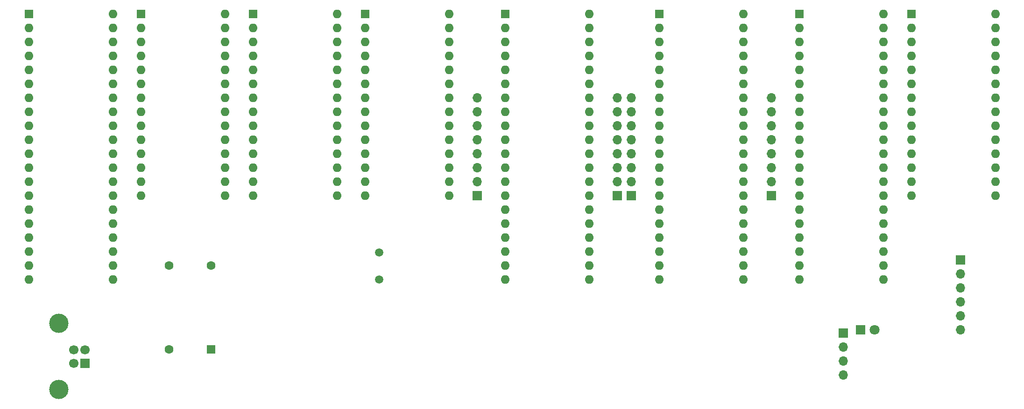
<source format=gbr>
G04 #@! TF.GenerationSoftware,KiCad,Pcbnew,(5.0.2)-1*
G04 #@! TF.CreationDate,2019-09-20T08:48:42-04:00*
G04 #@! TF.ProjectId,Z80_CPU,5a38305f-4350-4552-9e6b-696361645f70,rev?*
G04 #@! TF.SameCoordinates,Original*
G04 #@! TF.FileFunction,Copper,L2,Bot*
G04 #@! TF.FilePolarity,Positive*
%FSLAX46Y46*%
G04 Gerber Fmt 4.6, Leading zero omitted, Abs format (unit mm)*
G04 Created by KiCad (PCBNEW (5.0.2)-1) date 9/20/2019 8:48:42 AM*
%MOMM*%
%LPD*%
G01*
G04 APERTURE LIST*
G04 #@! TA.AperFunction,ComponentPad*
%ADD10R,1.700000X1.700000*%
G04 #@! TD*
G04 #@! TA.AperFunction,ComponentPad*
%ADD11O,1.700000X1.700000*%
G04 #@! TD*
G04 #@! TA.AperFunction,ComponentPad*
%ADD12R,1.800000X1.800000*%
G04 #@! TD*
G04 #@! TA.AperFunction,ComponentPad*
%ADD13C,1.800000*%
G04 #@! TD*
G04 #@! TA.AperFunction,ComponentPad*
%ADD14C,1.700000*%
G04 #@! TD*
G04 #@! TA.AperFunction,ComponentPad*
%ADD15C,3.500000*%
G04 #@! TD*
G04 #@! TA.AperFunction,ComponentPad*
%ADD16R,1.600000X1.600000*%
G04 #@! TD*
G04 #@! TA.AperFunction,ComponentPad*
%ADD17O,1.600000X1.600000*%
G04 #@! TD*
G04 #@! TA.AperFunction,ComponentPad*
%ADD18C,1.600000*%
G04 #@! TD*
G04 #@! TA.AperFunction,ComponentPad*
%ADD19C,1.500000*%
G04 #@! TD*
G04 APERTURE END LIST*
D10*
G04 #@! TO.P,BRD1,1*
G04 #@! TO.N,GND*
X174036001Y-52336001D03*
D11*
G04 #@! TO.P,BRD1,2*
G04 #@! TO.N,/S_D_RTS1*
X174036001Y-54876001D03*
G04 #@! TO.P,BRD1,3*
G04 #@! TO.N,+5V*
X174036001Y-57416001D03*
G04 #@! TO.P,BRD1,4*
G04 #@! TO.N,/SER_D2F1*
X174036001Y-59956001D03*
G04 #@! TO.P,BRD1,5*
G04 #@! TO.N,/SER_F2D1*
X174036001Y-62496001D03*
G04 #@! TO.P,BRD1,6*
G04 #@! TO.N,/S_D_CTS1*
X174036001Y-65036001D03*
G04 #@! TD*
D12*
G04 #@! TO.P,D1,1*
G04 #@! TO.N,Net-(D1-Pad1)*
X155886001Y-65036001D03*
D13*
G04 #@! TO.P,D1,2*
G04 #@! TO.N,+5V*
X158426001Y-65036001D03*
G04 #@! TD*
D11*
G04 #@! TO.P,J1,8*
G04 #@! TO.N,Net-(J1-Pad8)*
X114300000Y-22860000D03*
G04 #@! TO.P,J1,7*
G04 #@! TO.N,Net-(J1-Pad7)*
X114300000Y-25400000D03*
G04 #@! TO.P,J1,6*
G04 #@! TO.N,Net-(J1-Pad6)*
X114300000Y-27940000D03*
G04 #@! TO.P,J1,5*
G04 #@! TO.N,Net-(J1-Pad5)*
X114300000Y-30480000D03*
G04 #@! TO.P,J1,4*
G04 #@! TO.N,Net-(J1-Pad4)*
X114300000Y-33020000D03*
G04 #@! TO.P,J1,3*
G04 #@! TO.N,Net-(J1-Pad3)*
X114300000Y-35560000D03*
G04 #@! TO.P,J1,2*
G04 #@! TO.N,Net-(J1-Pad2)*
X114300000Y-38100000D03*
D10*
G04 #@! TO.P,J1,1*
G04 #@! TO.N,Net-(J1-Pad1)*
X114300000Y-40640000D03*
G04 #@! TD*
G04 #@! TO.P,J2,1*
G04 #@! TO.N,Net-(J2-Pad1)*
X139700000Y-40640000D03*
D11*
G04 #@! TO.P,J2,2*
G04 #@! TO.N,Net-(J2-Pad2)*
X139700000Y-38100000D03*
G04 #@! TO.P,J2,3*
G04 #@! TO.N,Net-(J2-Pad3)*
X139700000Y-35560000D03*
G04 #@! TO.P,J2,4*
G04 #@! TO.N,Net-(J2-Pad4)*
X139700000Y-33020000D03*
G04 #@! TO.P,J2,5*
G04 #@! TO.N,Net-(J2-Pad5)*
X139700000Y-30480000D03*
G04 #@! TO.P,J2,6*
G04 #@! TO.N,Net-(J2-Pad6)*
X139700000Y-27940000D03*
G04 #@! TO.P,J2,7*
G04 #@! TO.N,Net-(J2-Pad7)*
X139700000Y-25400000D03*
G04 #@! TO.P,J2,8*
G04 #@! TO.N,Net-(J2-Pad8)*
X139700000Y-22860000D03*
G04 #@! TD*
D10*
G04 #@! TO.P,J3,1*
G04 #@! TO.N,Net-(J3-Pad1)*
X86360000Y-40640000D03*
D11*
G04 #@! TO.P,J3,2*
G04 #@! TO.N,Net-(J3-Pad2)*
X86360000Y-38100000D03*
G04 #@! TO.P,J3,3*
G04 #@! TO.N,Net-(J3-Pad3)*
X86360000Y-35560000D03*
G04 #@! TO.P,J3,4*
G04 #@! TO.N,Net-(J3-Pad4)*
X86360000Y-33020000D03*
G04 #@! TO.P,J3,5*
G04 #@! TO.N,Net-(J3-Pad5)*
X86360000Y-30480000D03*
G04 #@! TO.P,J3,6*
G04 #@! TO.N,Net-(J3-Pad6)*
X86360000Y-27940000D03*
G04 #@! TO.P,J3,7*
G04 #@! TO.N,Net-(J3-Pad7)*
X86360000Y-25400000D03*
G04 #@! TO.P,J3,8*
G04 #@! TO.N,Net-(J3-Pad8)*
X86360000Y-22860000D03*
G04 #@! TD*
G04 #@! TO.P,J4,8*
G04 #@! TO.N,Net-(J4-Pad8)*
X111760000Y-22860000D03*
G04 #@! TO.P,J4,7*
G04 #@! TO.N,Net-(J4-Pad7)*
X111760000Y-25400000D03*
G04 #@! TO.P,J4,6*
G04 #@! TO.N,Net-(J4-Pad6)*
X111760000Y-27940000D03*
G04 #@! TO.P,J4,5*
G04 #@! TO.N,Net-(J4-Pad5)*
X111760000Y-30480000D03*
G04 #@! TO.P,J4,4*
G04 #@! TO.N,Net-(J4-Pad4)*
X111760000Y-33020000D03*
G04 #@! TO.P,J4,3*
G04 #@! TO.N,Net-(J4-Pad3)*
X111760000Y-35560000D03*
G04 #@! TO.P,J4,2*
G04 #@! TO.N,Net-(J4-Pad2)*
X111760000Y-38100000D03*
D10*
G04 #@! TO.P,J4,1*
G04 #@! TO.N,Net-(J4-Pad1)*
X111760000Y-40640000D03*
G04 #@! TD*
G04 #@! TO.P,J5,1*
G04 #@! TO.N,Net-(J5-Pad1)*
X152786001Y-65586001D03*
D11*
G04 #@! TO.P,J5,2*
G04 #@! TO.N,Net-(J5-Pad2)*
X152786001Y-68126001D03*
G04 #@! TO.P,J5,3*
G04 #@! TO.N,Net-(C1-Pad1)*
X152786001Y-70666001D03*
G04 #@! TO.P,J5,4*
G04 #@! TO.N,GND*
X152786001Y-73206001D03*
G04 #@! TD*
D10*
G04 #@! TO.P,J6,1*
G04 #@! TO.N,+5V*
X15240000Y-71120000D03*
D14*
G04 #@! TO.P,J6,2*
G04 #@! TO.N,/USB-DM*
X15240000Y-68620000D03*
G04 #@! TO.P,J6,3*
G04 #@! TO.N,/USB-DP*
X13240000Y-68620000D03*
G04 #@! TO.P,J6,4*
G04 #@! TO.N,GND*
X13240000Y-71120000D03*
D15*
G04 #@! TO.P,J6,5*
G04 #@! TO.N,Net-(J6-Pad5)*
X10530000Y-75890000D03*
X10530000Y-63850000D03*
G04 #@! TD*
D16*
G04 #@! TO.P,U1,1*
G04 #@! TO.N,/CPUA11*
X5080000Y-7620000D03*
D17*
G04 #@! TO.P,U1,21*
G04 #@! TO.N,/~CPURD*
X20320000Y-55880000D03*
G04 #@! TO.P,U1,2*
G04 #@! TO.N,/CPUA12*
X5080000Y-10160000D03*
G04 #@! TO.P,U1,22*
G04 #@! TO.N,/~CPUWR*
X20320000Y-53340000D03*
G04 #@! TO.P,U1,3*
G04 #@! TO.N,/CPUA13*
X5080000Y-12700000D03*
G04 #@! TO.P,U1,23*
G04 #@! TO.N,/~BUSACK*
X20320000Y-50800000D03*
G04 #@! TO.P,U1,4*
G04 #@! TO.N,/CPUA14*
X5080000Y-15240000D03*
G04 #@! TO.P,U1,24*
G04 #@! TO.N,/~WAIT*
X20320000Y-48260000D03*
G04 #@! TO.P,U1,5*
G04 #@! TO.N,/CPUA15*
X5080000Y-17780000D03*
G04 #@! TO.P,U1,25*
G04 #@! TO.N,/~BUSRQ*
X20320000Y-45720000D03*
G04 #@! TO.P,U1,6*
G04 #@! TO.N,/CPUCLK*
X5080000Y-20320000D03*
G04 #@! TO.P,U1,26*
G04 #@! TO.N,/~CPURST*
X20320000Y-43180000D03*
G04 #@! TO.P,U1,7*
G04 #@! TO.N,/CPUD4*
X5080000Y-22860000D03*
G04 #@! TO.P,U1,27*
G04 #@! TO.N,/~M1*
X20320000Y-40640000D03*
G04 #@! TO.P,U1,8*
G04 #@! TO.N,/CPUD3*
X5080000Y-25400000D03*
G04 #@! TO.P,U1,28*
G04 #@! TO.N,/RFSH*
X20320000Y-38100000D03*
G04 #@! TO.P,U1,9*
G04 #@! TO.N,/CPUD5*
X5080000Y-27940000D03*
G04 #@! TO.P,U1,29*
G04 #@! TO.N,GND*
X20320000Y-35560000D03*
G04 #@! TO.P,U1,10*
G04 #@! TO.N,/CPUD6*
X5080000Y-30480000D03*
G04 #@! TO.P,U1,30*
G04 #@! TO.N,/CPUA0*
X20320000Y-33020000D03*
G04 #@! TO.P,U1,11*
G04 #@! TO.N,+5V*
X5080000Y-33020000D03*
G04 #@! TO.P,U1,31*
G04 #@! TO.N,/CPUA1*
X20320000Y-30480000D03*
G04 #@! TO.P,U1,12*
G04 #@! TO.N,/CPUD2*
X5080000Y-35560000D03*
G04 #@! TO.P,U1,32*
G04 #@! TO.N,/CPUA2*
X20320000Y-27940000D03*
G04 #@! TO.P,U1,13*
G04 #@! TO.N,/CPUD7*
X5080000Y-38100000D03*
G04 #@! TO.P,U1,33*
G04 #@! TO.N,/CPUA3*
X20320000Y-25400000D03*
G04 #@! TO.P,U1,14*
G04 #@! TO.N,/CPUD0*
X5080000Y-40640000D03*
G04 #@! TO.P,U1,34*
G04 #@! TO.N,/CPUA4*
X20320000Y-22860000D03*
G04 #@! TO.P,U1,15*
G04 #@! TO.N,/CPUD1*
X5080000Y-43180000D03*
G04 #@! TO.P,U1,35*
G04 #@! TO.N,/CPUA5*
X20320000Y-20320000D03*
G04 #@! TO.P,U1,16*
G04 #@! TO.N,/~INT*
X5080000Y-45720000D03*
G04 #@! TO.P,U1,36*
G04 #@! TO.N,/CPUA6*
X20320000Y-17780000D03*
G04 #@! TO.P,U1,17*
G04 #@! TO.N,/~NMI*
X5080000Y-48260000D03*
G04 #@! TO.P,U1,37*
G04 #@! TO.N,/CPUA7*
X20320000Y-15240000D03*
G04 #@! TO.P,U1,18*
G04 #@! TO.N,/~HALT*
X5080000Y-50800000D03*
G04 #@! TO.P,U1,38*
G04 #@! TO.N,/CPUA8*
X20320000Y-12700000D03*
G04 #@! TO.P,U1,19*
G04 #@! TO.N,/~MREQ*
X5080000Y-53340000D03*
G04 #@! TO.P,U1,39*
G04 #@! TO.N,/CPUA9*
X20320000Y-10160000D03*
G04 #@! TO.P,U1,20*
G04 #@! TO.N,/~IORQ*
X5080000Y-55880000D03*
G04 #@! TO.P,U1,40*
G04 #@! TO.N,/CPUA10*
X20320000Y-7620000D03*
G04 #@! TD*
D16*
G04 #@! TO.P,U2,1*
G04 #@! TO.N,/CPUD2*
X119380000Y-7620000D03*
D17*
G04 #@! TO.P,U2,21*
G04 #@! TO.N,N/C*
X134620000Y-55880000D03*
G04 #@! TO.P,U2,2*
G04 #@! TO.N,/CPUD7*
X119380000Y-10160000D03*
G04 #@! TO.P,U2,22*
G04 #@! TO.N,/PIO1INT_O*
X134620000Y-53340000D03*
G04 #@! TO.P,U2,3*
G04 #@! TO.N,/CPUD6*
X119380000Y-12700000D03*
G04 #@! TO.P,U2,23*
G04 #@! TO.N,/~INT*
X134620000Y-50800000D03*
G04 #@! TO.P,U2,4*
G04 #@! TO.N,/~PIOCS1*
X119380000Y-15240000D03*
G04 #@! TO.P,U2,24*
G04 #@! TO.N,/CTCINT_O*
X134620000Y-48260000D03*
G04 #@! TO.P,U2,5*
G04 #@! TO.N,/CPUA1*
X119380000Y-17780000D03*
G04 #@! TO.P,U2,25*
G04 #@! TO.N,/CPUCLK*
X134620000Y-45720000D03*
G04 #@! TO.P,U2,6*
G04 #@! TO.N,/CPUA0*
X119380000Y-20320000D03*
G04 #@! TO.P,U2,26*
G04 #@! TO.N,+5V*
X134620000Y-43180000D03*
G04 #@! TO.P,U2,7*
G04 #@! TO.N,Net-(J1-Pad8)*
X119380000Y-22860000D03*
G04 #@! TO.P,U2,27*
G04 #@! TO.N,Net-(J2-Pad1)*
X134620000Y-40640000D03*
G04 #@! TO.P,U2,8*
G04 #@! TO.N,Net-(J1-Pad7)*
X119380000Y-25400000D03*
G04 #@! TO.P,U2,28*
G04 #@! TO.N,Net-(J2-Pad2)*
X134620000Y-38100000D03*
G04 #@! TO.P,U2,9*
G04 #@! TO.N,Net-(J1-Pad6)*
X119380000Y-27940000D03*
G04 #@! TO.P,U2,29*
G04 #@! TO.N,Net-(J2-Pad3)*
X134620000Y-35560000D03*
G04 #@! TO.P,U2,10*
G04 #@! TO.N,Net-(J1-Pad5)*
X119380000Y-30480000D03*
G04 #@! TO.P,U2,30*
G04 #@! TO.N,Net-(J2-Pad4)*
X134620000Y-33020000D03*
G04 #@! TO.P,U2,11*
G04 #@! TO.N,GND*
X119380000Y-33020000D03*
G04 #@! TO.P,U2,31*
G04 #@! TO.N,Net-(J2-Pad5)*
X134620000Y-30480000D03*
G04 #@! TO.P,U2,12*
G04 #@! TO.N,Net-(J1-Pad4)*
X119380000Y-35560000D03*
G04 #@! TO.P,U2,32*
G04 #@! TO.N,Net-(J2-Pad6)*
X134620000Y-27940000D03*
G04 #@! TO.P,U2,13*
G04 #@! TO.N,Net-(J1-Pad3)*
X119380000Y-38100000D03*
G04 #@! TO.P,U2,33*
G04 #@! TO.N,Net-(J2-Pad7)*
X134620000Y-25400000D03*
G04 #@! TO.P,U2,14*
G04 #@! TO.N,Net-(J1-Pad2)*
X119380000Y-40640000D03*
G04 #@! TO.P,U2,34*
G04 #@! TO.N,Net-(J2-Pad8)*
X134620000Y-22860000D03*
G04 #@! TO.P,U2,15*
G04 #@! TO.N,Net-(J1-Pad1)*
X119380000Y-43180000D03*
G04 #@! TO.P,U2,35*
G04 #@! TO.N,/~CPURD*
X134620000Y-20320000D03*
G04 #@! TO.P,U2,16*
G04 #@! TO.N,N/C*
X119380000Y-45720000D03*
G04 #@! TO.P,U2,36*
G04 #@! TO.N,/~IORQ*
X134620000Y-17780000D03*
G04 #@! TO.P,U2,17*
G04 #@! TO.N,N/C*
X119380000Y-48260000D03*
G04 #@! TO.P,U2,37*
G04 #@! TO.N,/~M1*
X134620000Y-15240000D03*
G04 #@! TO.P,U2,18*
G04 #@! TO.N,N/C*
X119380000Y-50800000D03*
G04 #@! TO.P,U2,38*
G04 #@! TO.N,/CPUD5*
X134620000Y-12700000D03*
G04 #@! TO.P,U2,19*
G04 #@! TO.N,/CPUD0*
X119380000Y-53340000D03*
G04 #@! TO.P,U2,39*
G04 #@! TO.N,/CPUD4*
X134620000Y-10160000D03*
G04 #@! TO.P,U2,20*
G04 #@! TO.N,/CPUD1*
X119380000Y-55880000D03*
G04 #@! TO.P,U2,40*
G04 #@! TO.N,/CPUD3*
X134620000Y-7620000D03*
G04 #@! TD*
G04 #@! TO.P,U3,40*
G04 #@! TO.N,/CPUD0*
X160020000Y-7620000D03*
G04 #@! TO.P,U3,20*
G04 #@! TO.N,/CPUCLK*
X144780000Y-55880000D03*
G04 #@! TO.P,U3,39*
G04 #@! TO.N,/CPUD2*
X160020000Y-10160000D03*
G04 #@! TO.P,U3,19*
G04 #@! TO.N,N/C*
X144780000Y-53340000D03*
G04 #@! TO.P,U3,38*
G04 #@! TO.N,/CPUD4*
X160020000Y-12700000D03*
G04 #@! TO.P,U3,18*
G04 #@! TO.N,N/C*
X144780000Y-50800000D03*
G04 #@! TO.P,U3,37*
G04 #@! TO.N,/CPUD6*
X160020000Y-15240000D03*
G04 #@! TO.P,U3,17*
G04 #@! TO.N,/S_D_RTS1*
X144780000Y-48260000D03*
G04 #@! TO.P,U3,36*
G04 #@! TO.N,/~IORQ*
X160020000Y-17780000D03*
G04 #@! TO.P,U3,16*
G04 #@! TO.N,N/C*
X144780000Y-45720000D03*
G04 #@! TO.P,U3,35*
G04 #@! TO.N,/~DARTCS*
X160020000Y-20320000D03*
G04 #@! TO.P,U3,15*
G04 #@! TO.N,/SER_D2P*
X144780000Y-43180000D03*
G04 #@! TO.P,U3,34*
G04 #@! TO.N,/CPUA0*
X160020000Y-22860000D03*
G04 #@! TO.P,U3,14*
G04 #@! TO.N,/UARTCLK*
X144780000Y-40640000D03*
G04 #@! TO.P,U3,33*
G04 #@! TO.N,/CPUA1*
X160020000Y-25400000D03*
G04 #@! TO.P,U3,13*
G04 #@! TO.N,/UARTCLK*
X144780000Y-38100000D03*
G04 #@! TO.P,U3,32*
G04 #@! TO.N,/~CPURD*
X160020000Y-27940000D03*
G04 #@! TO.P,U3,12*
G04 #@! TO.N,/SER_P2D*
X144780000Y-35560000D03*
G04 #@! TO.P,U3,31*
G04 #@! TO.N,GND*
X160020000Y-30480000D03*
G04 #@! TO.P,U3,11*
G04 #@! TO.N,N/C*
X144780000Y-33020000D03*
G04 #@! TO.P,U3,30*
X160020000Y-33020000D03*
G04 #@! TO.P,U3,10*
X144780000Y-30480000D03*
G04 #@! TO.P,U3,29*
X160020000Y-35560000D03*
G04 #@! TO.P,U3,9*
G04 #@! TO.N,VCC*
X144780000Y-27940000D03*
G04 #@! TO.P,U3,28*
G04 #@! TO.N,/SER_F2D1*
X160020000Y-38100000D03*
G04 #@! TO.P,U3,8*
G04 #@! TO.N,/~M1*
X144780000Y-25400000D03*
G04 #@! TO.P,U3,27*
G04 #@! TO.N,/UARTCLK*
X160020000Y-40640000D03*
G04 #@! TO.P,U3,7*
G04 #@! TO.N,/DINT_O*
X144780000Y-22860000D03*
G04 #@! TO.P,U3,26*
G04 #@! TO.N,/SER_D2F1*
X160020000Y-43180000D03*
G04 #@! TO.P,U3,6*
G04 #@! TO.N,Net-(R2-Pad2)*
X144780000Y-20320000D03*
G04 #@! TO.P,U3,25*
G04 #@! TO.N,N/C*
X160020000Y-45720000D03*
G04 #@! TO.P,U3,5*
G04 #@! TO.N,/~INT*
X144780000Y-17780000D03*
G04 #@! TO.P,U3,24*
G04 #@! TO.N,N/C*
X160020000Y-48260000D03*
G04 #@! TO.P,U3,4*
G04 #@! TO.N,/CPUD7*
X144780000Y-15240000D03*
G04 #@! TO.P,U3,23*
G04 #@! TO.N,N/C*
X160020000Y-50800000D03*
G04 #@! TO.P,U3,3*
G04 #@! TO.N,/CPUD5*
X144780000Y-12700000D03*
G04 #@! TO.P,U3,22*
G04 #@! TO.N,N/C*
X160020000Y-53340000D03*
G04 #@! TO.P,U3,2*
G04 #@! TO.N,/CPUD3*
X144780000Y-10160000D03*
G04 #@! TO.P,U3,21*
G04 #@! TO.N,/~WRMRST*
X160020000Y-55880000D03*
D16*
G04 #@! TO.P,U3,1*
G04 #@! TO.N,/CPUD1*
X144780000Y-7620000D03*
G04 #@! TD*
G04 #@! TO.P,U4,1*
G04 #@! TO.N,N/C*
X25400000Y-7620000D03*
D17*
G04 #@! TO.P,U4,15*
G04 #@! TO.N,/CPUD3*
X40640000Y-40640000D03*
G04 #@! TO.P,U4,2*
G04 #@! TO.N,/CPUA12*
X25400000Y-10160000D03*
G04 #@! TO.P,U4,16*
G04 #@! TO.N,/CPUD4*
X40640000Y-38100000D03*
G04 #@! TO.P,U4,3*
G04 #@! TO.N,/CPUA7*
X25400000Y-12700000D03*
G04 #@! TO.P,U4,17*
G04 #@! TO.N,/CPUD5*
X40640000Y-35560000D03*
G04 #@! TO.P,U4,4*
G04 #@! TO.N,/CPUA6*
X25400000Y-15240000D03*
G04 #@! TO.P,U4,18*
G04 #@! TO.N,/CPUD6*
X40640000Y-33020000D03*
G04 #@! TO.P,U4,5*
G04 #@! TO.N,/CPUA5*
X25400000Y-17780000D03*
G04 #@! TO.P,U4,19*
G04 #@! TO.N,/CPUD7*
X40640000Y-30480000D03*
G04 #@! TO.P,U4,6*
G04 #@! TO.N,/CPUA4*
X25400000Y-20320000D03*
G04 #@! TO.P,U4,20*
G04 #@! TO.N,/~EECS*
X40640000Y-27940000D03*
G04 #@! TO.P,U4,7*
G04 #@! TO.N,/CPUA3*
X25400000Y-22860000D03*
G04 #@! TO.P,U4,21*
G04 #@! TO.N,/CPUA10*
X40640000Y-25400000D03*
G04 #@! TO.P,U4,8*
G04 #@! TO.N,/CPUA2*
X25400000Y-25400000D03*
G04 #@! TO.P,U4,22*
G04 #@! TO.N,/~MEMRD*
X40640000Y-22860000D03*
G04 #@! TO.P,U4,9*
G04 #@! TO.N,/CPUA1*
X25400000Y-27940000D03*
G04 #@! TO.P,U4,23*
G04 #@! TO.N,/CPUA11*
X40640000Y-20320000D03*
G04 #@! TO.P,U4,10*
G04 #@! TO.N,/CPUA0*
X25400000Y-30480000D03*
G04 #@! TO.P,U4,24*
G04 #@! TO.N,/CPUA9*
X40640000Y-17780000D03*
G04 #@! TO.P,U4,11*
G04 #@! TO.N,/CPUD0*
X25400000Y-33020000D03*
G04 #@! TO.P,U4,25*
G04 #@! TO.N,/CPUA8*
X40640000Y-15240000D03*
G04 #@! TO.P,U4,12*
G04 #@! TO.N,/CPUD1*
X25400000Y-35560000D03*
G04 #@! TO.P,U4,26*
G04 #@! TO.N,N/C*
X40640000Y-12700000D03*
G04 #@! TO.P,U4,13*
G04 #@! TO.N,/CPUD2*
X25400000Y-38100000D03*
G04 #@! TO.P,U4,27*
G04 #@! TO.N,/~MEMWR*
X40640000Y-10160000D03*
G04 #@! TO.P,U4,14*
G04 #@! TO.N,GND*
X25400000Y-40640000D03*
G04 #@! TO.P,U4,28*
G04 #@! TO.N,+5V*
X40640000Y-7620000D03*
G04 #@! TD*
G04 #@! TO.P,U5,28*
G04 #@! TO.N,/CPUD3*
X180340000Y-7620000D03*
G04 #@! TO.P,U5,14*
G04 #@! TO.N,/~M1*
X165100000Y-40640000D03*
G04 #@! TO.P,U5,27*
G04 #@! TO.N,/CPUD2*
X180340000Y-10160000D03*
G04 #@! TO.P,U5,13*
G04 #@! TO.N,/DINT_O*
X165100000Y-38100000D03*
G04 #@! TO.P,U5,26*
G04 #@! TO.N,/CPUD1*
X180340000Y-12700000D03*
G04 #@! TO.P,U5,12*
G04 #@! TO.N,/~INT*
X165100000Y-35560000D03*
G04 #@! TO.P,U5,25*
G04 #@! TO.N,/CPUD0*
X180340000Y-15240000D03*
G04 #@! TO.P,U5,11*
G04 #@! TO.N,/CTCINT_O*
X165100000Y-33020000D03*
G04 #@! TO.P,U5,24*
G04 #@! TO.N,VCC*
X180340000Y-17780000D03*
G04 #@! TO.P,U5,10*
G04 #@! TO.N,/~IORQ*
X165100000Y-30480000D03*
G04 #@! TO.P,U5,23*
G04 #@! TO.N,N/C*
X180340000Y-20320000D03*
G04 #@! TO.P,U5,9*
X165100000Y-27940000D03*
G04 #@! TO.P,U5,22*
X180340000Y-22860000D03*
G04 #@! TO.P,U5,8*
X165100000Y-25400000D03*
G04 #@! TO.P,U5,21*
X180340000Y-25400000D03*
G04 #@! TO.P,U5,7*
X165100000Y-22860000D03*
G04 #@! TO.P,U5,20*
X180340000Y-27940000D03*
G04 #@! TO.P,U5,6*
G04 #@! TO.N,/~CPURD*
X165100000Y-20320000D03*
G04 #@! TO.P,U5,19*
G04 #@! TO.N,Net-(R3-Pad2)*
X180340000Y-30480000D03*
G04 #@! TO.P,U5,5*
G04 #@! TO.N,GND*
X165100000Y-17780000D03*
G04 #@! TO.P,U5,18*
G04 #@! TO.N,Net-(R3-Pad2)*
X180340000Y-33020000D03*
G04 #@! TO.P,U5,4*
G04 #@! TO.N,/CPUD7*
X165100000Y-15240000D03*
G04 #@! TO.P,U5,17*
G04 #@! TO.N,/~WRMRST*
X180340000Y-35560000D03*
G04 #@! TO.P,U5,3*
G04 #@! TO.N,/CPUD6*
X165100000Y-12700000D03*
G04 #@! TO.P,U5,16*
G04 #@! TO.N,/~CTCCS*
X180340000Y-38100000D03*
G04 #@! TO.P,U5,2*
G04 #@! TO.N,/CPUD5*
X165100000Y-10160000D03*
G04 #@! TO.P,U5,15*
G04 #@! TO.N,/CPUCLK*
X180340000Y-40640000D03*
D16*
G04 #@! TO.P,U5,1*
G04 #@! TO.N,/CPUD4*
X165100000Y-7620000D03*
G04 #@! TD*
D17*
G04 #@! TO.P,U6,40*
G04 #@! TO.N,/CPUD3*
X106680000Y-7620000D03*
G04 #@! TO.P,U6,20*
G04 #@! TO.N,/CPUD1*
X91440000Y-55880000D03*
G04 #@! TO.P,U6,39*
G04 #@! TO.N,/CPUD4*
X106680000Y-10160000D03*
G04 #@! TO.P,U6,19*
G04 #@! TO.N,/CPUD0*
X91440000Y-53340000D03*
G04 #@! TO.P,U6,38*
G04 #@! TO.N,/CPUD5*
X106680000Y-12700000D03*
G04 #@! TO.P,U6,18*
G04 #@! TO.N,N/C*
X91440000Y-50800000D03*
G04 #@! TO.P,U6,37*
G04 #@! TO.N,/~M1*
X106680000Y-15240000D03*
G04 #@! TO.P,U6,17*
G04 #@! TO.N,N/C*
X91440000Y-48260000D03*
G04 #@! TO.P,U6,36*
G04 #@! TO.N,/~IORQ*
X106680000Y-17780000D03*
G04 #@! TO.P,U6,16*
G04 #@! TO.N,N/C*
X91440000Y-45720000D03*
G04 #@! TO.P,U6,35*
G04 #@! TO.N,/~CPURD*
X106680000Y-20320000D03*
G04 #@! TO.P,U6,15*
G04 #@! TO.N,Net-(J3-Pad1)*
X91440000Y-43180000D03*
G04 #@! TO.P,U6,34*
G04 #@! TO.N,Net-(J4-Pad8)*
X106680000Y-22860000D03*
G04 #@! TO.P,U6,14*
G04 #@! TO.N,Net-(J3-Pad2)*
X91440000Y-40640000D03*
G04 #@! TO.P,U6,33*
G04 #@! TO.N,Net-(J4-Pad7)*
X106680000Y-25400000D03*
G04 #@! TO.P,U6,13*
G04 #@! TO.N,Net-(J3-Pad3)*
X91440000Y-38100000D03*
G04 #@! TO.P,U6,32*
G04 #@! TO.N,Net-(J4-Pad6)*
X106680000Y-27940000D03*
G04 #@! TO.P,U6,12*
G04 #@! TO.N,Net-(J3-Pad4)*
X91440000Y-35560000D03*
G04 #@! TO.P,U6,31*
G04 #@! TO.N,Net-(J4-Pad5)*
X106680000Y-30480000D03*
G04 #@! TO.P,U6,11*
G04 #@! TO.N,GND*
X91440000Y-33020000D03*
G04 #@! TO.P,U6,30*
G04 #@! TO.N,Net-(J4-Pad4)*
X106680000Y-33020000D03*
G04 #@! TO.P,U6,10*
G04 #@! TO.N,Net-(J3-Pad5)*
X91440000Y-30480000D03*
G04 #@! TO.P,U6,29*
G04 #@! TO.N,Net-(J4-Pad3)*
X106680000Y-35560000D03*
G04 #@! TO.P,U6,9*
G04 #@! TO.N,Net-(J3-Pad6)*
X91440000Y-27940000D03*
G04 #@! TO.P,U6,28*
G04 #@! TO.N,Net-(J4-Pad2)*
X106680000Y-38100000D03*
G04 #@! TO.P,U6,8*
G04 #@! TO.N,Net-(J3-Pad7)*
X91440000Y-25400000D03*
G04 #@! TO.P,U6,27*
G04 #@! TO.N,Net-(J4-Pad1)*
X106680000Y-40640000D03*
G04 #@! TO.P,U6,7*
G04 #@! TO.N,Net-(J3-Pad8)*
X91440000Y-22860000D03*
G04 #@! TO.P,U6,26*
G04 #@! TO.N,+5V*
X106680000Y-43180000D03*
G04 #@! TO.P,U6,6*
G04 #@! TO.N,/CPUA0*
X91440000Y-20320000D03*
G04 #@! TO.P,U6,25*
G04 #@! TO.N,/CPUCLK*
X106680000Y-45720000D03*
G04 #@! TO.P,U6,5*
G04 #@! TO.N,/CPUA1*
X91440000Y-17780000D03*
G04 #@! TO.P,U6,24*
G04 #@! TO.N,/PIO1INT_O*
X106680000Y-48260000D03*
G04 #@! TO.P,U6,4*
G04 #@! TO.N,/~PIOCS2*
X91440000Y-15240000D03*
G04 #@! TO.P,U6,23*
G04 #@! TO.N,/~INT*
X106680000Y-50800000D03*
G04 #@! TO.P,U6,3*
G04 #@! TO.N,/CPUD6*
X91440000Y-12700000D03*
G04 #@! TO.P,U6,22*
G04 #@! TO.N,N/C*
X106680000Y-53340000D03*
G04 #@! TO.P,U6,2*
G04 #@! TO.N,/CPUD7*
X91440000Y-10160000D03*
G04 #@! TO.P,U6,21*
G04 #@! TO.N,N/C*
X106680000Y-55880000D03*
D16*
G04 #@! TO.P,U6,1*
G04 #@! TO.N,/CPUD2*
X91440000Y-7620000D03*
G04 #@! TD*
G04 #@! TO.P,U7,1*
G04 #@! TO.N,/SRAMA14*
X45720000Y-7620000D03*
D17*
G04 #@! TO.P,U7,15*
G04 #@! TO.N,/CPUD3*
X60960000Y-40640000D03*
G04 #@! TO.P,U7,2*
G04 #@! TO.N,/CPUA12*
X45720000Y-10160000D03*
G04 #@! TO.P,U7,16*
G04 #@! TO.N,/CPUD4*
X60960000Y-38100000D03*
G04 #@! TO.P,U7,3*
G04 #@! TO.N,/CPUA7*
X45720000Y-12700000D03*
G04 #@! TO.P,U7,17*
G04 #@! TO.N,/CPUD5*
X60960000Y-35560000D03*
G04 #@! TO.P,U7,4*
G04 #@! TO.N,/CPUA6*
X45720000Y-15240000D03*
G04 #@! TO.P,U7,18*
G04 #@! TO.N,/CPUD6*
X60960000Y-33020000D03*
G04 #@! TO.P,U7,5*
G04 #@! TO.N,/CPUA5*
X45720000Y-17780000D03*
G04 #@! TO.P,U7,19*
G04 #@! TO.N,/CPUD7*
X60960000Y-30480000D03*
G04 #@! TO.P,U7,6*
G04 #@! TO.N,/CPUA4*
X45720000Y-20320000D03*
G04 #@! TO.P,U7,20*
G04 #@! TO.N,/~SRAMCS0*
X60960000Y-27940000D03*
G04 #@! TO.P,U7,7*
G04 #@! TO.N,/CPUA3*
X45720000Y-22860000D03*
G04 #@! TO.P,U7,21*
G04 #@! TO.N,/CPUA10*
X60960000Y-25400000D03*
G04 #@! TO.P,U7,8*
G04 #@! TO.N,/CPUA2*
X45720000Y-25400000D03*
G04 #@! TO.P,U7,22*
G04 #@! TO.N,/~MEMWR*
X60960000Y-22860000D03*
G04 #@! TO.P,U7,9*
G04 #@! TO.N,/CPUA1*
X45720000Y-27940000D03*
G04 #@! TO.P,U7,23*
G04 #@! TO.N,/CPUA11*
X60960000Y-20320000D03*
G04 #@! TO.P,U7,10*
G04 #@! TO.N,/CPUA0*
X45720000Y-30480000D03*
G04 #@! TO.P,U7,24*
G04 #@! TO.N,/CPUA9*
X60960000Y-17780000D03*
G04 #@! TO.P,U7,11*
G04 #@! TO.N,/CPUD0*
X45720000Y-33020000D03*
G04 #@! TO.P,U7,25*
G04 #@! TO.N,/CPUA8*
X60960000Y-15240000D03*
G04 #@! TO.P,U7,12*
G04 #@! TO.N,/CPUD1*
X45720000Y-35560000D03*
G04 #@! TO.P,U7,26*
G04 #@! TO.N,/SRAMA13*
X60960000Y-12700000D03*
G04 #@! TO.P,U7,13*
G04 #@! TO.N,/CPUD2*
X45720000Y-38100000D03*
G04 #@! TO.P,U7,27*
G04 #@! TO.N,/~MEMRD*
X60960000Y-10160000D03*
G04 #@! TO.P,U7,14*
G04 #@! TO.N,GND*
X45720000Y-40640000D03*
G04 #@! TO.P,U7,28*
G04 #@! TO.N,VCC*
X60960000Y-7620000D03*
G04 #@! TD*
G04 #@! TO.P,U9,28*
G04 #@! TO.N,VCC*
X81280000Y-7620000D03*
G04 #@! TO.P,U9,14*
G04 #@! TO.N,GND*
X66040000Y-40640000D03*
G04 #@! TO.P,U9,27*
G04 #@! TO.N,/~MEMRD*
X81280000Y-10160000D03*
G04 #@! TO.P,U9,13*
G04 #@! TO.N,/CPUD2*
X66040000Y-38100000D03*
G04 #@! TO.P,U9,26*
G04 #@! TO.N,/SRAMA13*
X81280000Y-12700000D03*
G04 #@! TO.P,U9,12*
G04 #@! TO.N,/CPUD1*
X66040000Y-35560000D03*
G04 #@! TO.P,U9,25*
G04 #@! TO.N,/CPUA8*
X81280000Y-15240000D03*
G04 #@! TO.P,U9,11*
G04 #@! TO.N,/CPUD0*
X66040000Y-33020000D03*
G04 #@! TO.P,U9,24*
G04 #@! TO.N,/CPUA9*
X81280000Y-17780000D03*
G04 #@! TO.P,U9,10*
G04 #@! TO.N,/CPUA0*
X66040000Y-30480000D03*
G04 #@! TO.P,U9,23*
G04 #@! TO.N,/CPUA11*
X81280000Y-20320000D03*
G04 #@! TO.P,U9,9*
G04 #@! TO.N,/CPUA1*
X66040000Y-27940000D03*
G04 #@! TO.P,U9,22*
G04 #@! TO.N,/~MEMWR*
X81280000Y-22860000D03*
G04 #@! TO.P,U9,8*
G04 #@! TO.N,/CPUA2*
X66040000Y-25400000D03*
G04 #@! TO.P,U9,21*
G04 #@! TO.N,/CPUA10*
X81280000Y-25400000D03*
G04 #@! TO.P,U9,7*
G04 #@! TO.N,/CPUA3*
X66040000Y-22860000D03*
G04 #@! TO.P,U9,20*
G04 #@! TO.N,/~SRAMCS1*
X81280000Y-27940000D03*
G04 #@! TO.P,U9,6*
G04 #@! TO.N,/CPUA4*
X66040000Y-20320000D03*
G04 #@! TO.P,U9,19*
G04 #@! TO.N,/CPUD7*
X81280000Y-30480000D03*
G04 #@! TO.P,U9,5*
G04 #@! TO.N,/CPUA5*
X66040000Y-17780000D03*
G04 #@! TO.P,U9,18*
G04 #@! TO.N,/CPUD6*
X81280000Y-33020000D03*
G04 #@! TO.P,U9,4*
G04 #@! TO.N,/CPUA6*
X66040000Y-15240000D03*
G04 #@! TO.P,U9,17*
G04 #@! TO.N,/CPUD5*
X81280000Y-35560000D03*
G04 #@! TO.P,U9,3*
G04 #@! TO.N,/CPUA7*
X66040000Y-12700000D03*
G04 #@! TO.P,U9,16*
G04 #@! TO.N,/CPUD4*
X81280000Y-38100000D03*
G04 #@! TO.P,U9,2*
G04 #@! TO.N,/CPUA12*
X66040000Y-10160000D03*
G04 #@! TO.P,U9,15*
G04 #@! TO.N,/CPUD3*
X81280000Y-40640000D03*
D16*
G04 #@! TO.P,U9,1*
G04 #@! TO.N,/SRAMA14*
X66040000Y-7620000D03*
G04 #@! TD*
G04 #@! TO.P,U10,1*
G04 #@! TO.N,N/C*
X38100000Y-68580000D03*
D18*
G04 #@! TO.P,U10,14*
G04 #@! TO.N,+5V*
X30480000Y-68580000D03*
G04 #@! TO.P,U10,8*
G04 #@! TO.N,Net-(U10-Pad8)*
X30480000Y-53340000D03*
G04 #@! TO.P,U10,7*
G04 #@! TO.N,GND*
X38100000Y-53340000D03*
G04 #@! TD*
D19*
G04 #@! TO.P,Y1,1*
G04 #@! TO.N,Net-(C7-Pad2)*
X68580000Y-55880000D03*
G04 #@! TO.P,Y1,2*
G04 #@! TO.N,Net-(C8-Pad2)*
X68580000Y-50980000D03*
G04 #@! TD*
M02*

</source>
